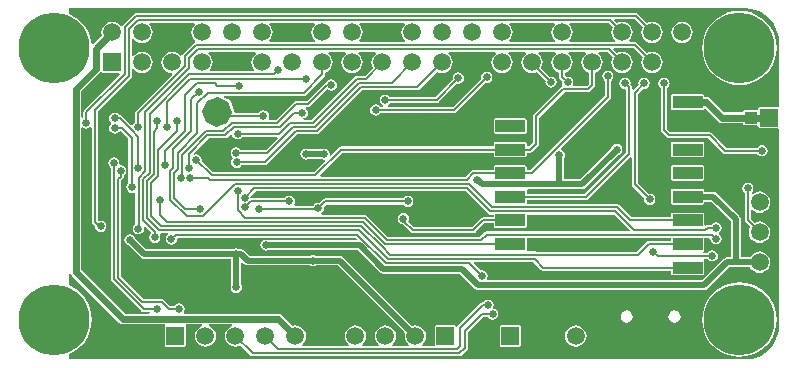
<source format=gbl>
G04 Layer_Physical_Order=2*
G04 Layer_Color=16711680*
%FSAX25Y25*%
%MOIN*%
G70*
G01*
G75*
%ADD42R,0.08661X0.04134*%
%ADD43R,0.03937X0.03937*%
%ADD45C,0.00800*%
%ADD46C,0.02362*%
%ADD48C,0.02000*%
%ADD54C,0.05905*%
%ADD55R,0.05905X0.05905*%
%ADD56C,0.23622*%
%ADD57O,0.03937X0.06299*%
%ADD58R,0.05905X0.05905*%
%ADD59P,0.10014X8X177.5*%
%ADD60C,0.02500*%
%ADD61C,0.01968*%
%ADD62R,0.09842X0.03937*%
G36*
X0288536Y0210990D02*
X0288065Y0210628D01*
X0287495Y0209886D01*
X0287137Y0209022D01*
X0287015Y0208095D01*
X0287137Y0207167D01*
X0287495Y0206303D01*
X0288065Y0205561D01*
X0288807Y0204991D01*
X0289579Y0204671D01*
Y0203350D01*
X0289656Y0202960D01*
X0289878Y0202629D01*
X0290628Y0201878D01*
X0290555Y0201508D01*
X0290698Y0200786D01*
X0290730Y0200738D01*
X0290612Y0200288D01*
X0290519Y0200154D01*
X0290257Y0199979D01*
X0281090Y0190812D01*
X0280869Y0190481D01*
X0280791Y0190091D01*
Y0181458D01*
X0279420Y0180087D01*
X0278917D01*
Y0181035D01*
X0278727Y0181495D01*
X0278268Y0181685D01*
X0268425D01*
X0267966Y0181495D01*
X0267776Y0181035D01*
Y0180087D01*
X0217047D01*
X0216657Y0180009D01*
X0216326Y0179788D01*
X0213538Y0177000D01*
X0213077Y0177246D01*
X0213126Y0177492D01*
X0212983Y0178214D01*
X0212574Y0178826D01*
X0211962Y0179235D01*
X0211240Y0179378D01*
X0210518Y0179235D01*
X0210352Y0179123D01*
X0206125D01*
X0205958Y0179235D01*
X0205236Y0179378D01*
X0204514Y0179235D01*
X0203903Y0178826D01*
X0203494Y0178214D01*
X0203350Y0177492D01*
X0203494Y0176770D01*
X0203903Y0176158D01*
X0204514Y0175750D01*
X0205236Y0175606D01*
X0205958Y0175750D01*
X0206125Y0175861D01*
X0210352D01*
X0210518Y0175750D01*
X0211240Y0175606D01*
X0211486Y0175655D01*
X0211732Y0175194D01*
X0207963Y0171425D01*
X0174162D01*
X0170435Y0175153D01*
X0170508Y0175524D01*
X0170365Y0176245D01*
X0169956Y0176857D01*
X0169344Y0177266D01*
X0168622Y0177410D01*
X0168022Y0177290D01*
X0167737Y0177713D01*
X0172774Y0182750D01*
X0178295D01*
X0178685Y0182827D01*
X0179016Y0183048D01*
X0180107Y0184140D01*
X0180650Y0183975D01*
X0180712Y0183660D01*
X0181121Y0183048D01*
X0181733Y0182639D01*
X0182455Y0182496D01*
X0183177Y0182639D01*
X0183789Y0183048D01*
X0183999Y0183362D01*
X0195693D01*
X0195900Y0182862D01*
X0191943Y0178905D01*
X0183552D01*
X0183342Y0179220D01*
X0182730Y0179629D01*
X0182008Y0179772D01*
X0181286Y0179629D01*
X0180674Y0179220D01*
X0180265Y0178608D01*
X0180122Y0177886D01*
X0180265Y0177164D01*
X0180621Y0176631D01*
X0180756Y0176120D01*
X0180347Y0175508D01*
X0180204Y0174786D01*
X0180347Y0174064D01*
X0180756Y0173452D01*
X0181368Y0173043D01*
X0182090Y0172900D01*
X0182812Y0173043D01*
X0183424Y0173452D01*
X0183633Y0173766D01*
X0191506D01*
X0191896Y0173844D01*
X0192227Y0174065D01*
X0202268Y0184106D01*
X0208735D01*
X0209126Y0184183D01*
X0209456Y0184404D01*
X0223921Y0198869D01*
X0242393D01*
X0242783Y0198947D01*
X0243114Y0199168D01*
X0248899Y0204953D01*
X0249671Y0204633D01*
X0250599Y0204511D01*
X0251526Y0204633D01*
X0252390Y0204991D01*
X0253132Y0205561D01*
X0253702Y0206303D01*
X0254060Y0207167D01*
X0254182Y0208095D01*
X0254060Y0209022D01*
X0253702Y0209886D01*
X0253132Y0210628D01*
X0252661Y0210990D01*
X0252831Y0211490D01*
X0268366D01*
X0268536Y0210990D01*
X0268065Y0210628D01*
X0267495Y0209886D01*
X0267137Y0209022D01*
X0267015Y0208095D01*
X0267137Y0207167D01*
X0267495Y0206303D01*
X0268065Y0205561D01*
X0268807Y0204991D01*
X0269671Y0204633D01*
X0270599Y0204511D01*
X0271526Y0204633D01*
X0272390Y0204991D01*
X0273132Y0205561D01*
X0273702Y0206303D01*
X0274060Y0207167D01*
X0274182Y0208095D01*
X0274060Y0209022D01*
X0273702Y0209886D01*
X0273132Y0210628D01*
X0272661Y0210990D01*
X0272831Y0211490D01*
X0278366D01*
X0278536Y0210990D01*
X0278065Y0210628D01*
X0277495Y0209886D01*
X0277137Y0209022D01*
X0277015Y0208095D01*
X0277137Y0207167D01*
X0277495Y0206303D01*
X0278065Y0205561D01*
X0278807Y0204991D01*
X0279671Y0204633D01*
X0280598Y0204511D01*
X0281526Y0204633D01*
X0282117Y0204878D01*
X0285117Y0201878D01*
X0285043Y0201508D01*
X0285187Y0200786D01*
X0285595Y0200174D01*
X0286207Y0199765D01*
X0286929Y0199622D01*
X0287651Y0199765D01*
X0288263Y0200174D01*
X0288672Y0200786D01*
X0288815Y0201508D01*
X0288672Y0202230D01*
X0288263Y0202842D01*
X0287651Y0203251D01*
X0286929Y0203394D01*
X0286559Y0203320D01*
X0283647Y0206232D01*
X0283702Y0206303D01*
X0284060Y0207167D01*
X0284182Y0208095D01*
X0284060Y0209022D01*
X0283702Y0209886D01*
X0283132Y0210628D01*
X0282661Y0210990D01*
X0282831Y0211490D01*
X0288366D01*
X0288536Y0210990D01*
D02*
G37*
G36*
X0298536D02*
X0298065Y0210628D01*
X0297495Y0209886D01*
X0297137Y0209022D01*
X0297015Y0208095D01*
X0297137Y0207167D01*
X0297495Y0206303D01*
X0298065Y0205561D01*
X0298807Y0204991D01*
X0299579Y0204671D01*
Y0201000D01*
X0298856Y0200277D01*
X0294374D01*
X0294138Y0200718D01*
X0294184Y0200786D01*
X0294327Y0201508D01*
X0294184Y0202230D01*
X0293775Y0202842D01*
X0293163Y0203251D01*
X0292441Y0203394D01*
X0292070Y0203320D01*
X0291618Y0203773D01*
Y0204671D01*
X0292390Y0204991D01*
X0293132Y0205561D01*
X0293702Y0206303D01*
X0294060Y0207167D01*
X0294182Y0208095D01*
X0294060Y0209022D01*
X0293702Y0209886D01*
X0293132Y0210628D01*
X0292661Y0210990D01*
X0292831Y0211490D01*
X0298366D01*
X0298536Y0210990D01*
D02*
G37*
G36*
X0228536D02*
X0228065Y0210628D01*
X0227495Y0209886D01*
X0227137Y0209022D01*
X0227015Y0208095D01*
X0227137Y0207167D01*
X0227457Y0206395D01*
X0224771Y0203709D01*
X0222339D01*
X0221949Y0203631D01*
X0221619Y0203410D01*
X0207153Y0188945D01*
X0204403D01*
X0204354Y0189445D01*
X0204777Y0189529D01*
X0205389Y0189938D01*
X0205798Y0190550D01*
X0205941Y0191272D01*
X0205798Y0191993D01*
X0205389Y0192605D01*
X0205240Y0192705D01*
X0205392Y0193205D01*
X0205960D01*
X0206350Y0193282D01*
X0206681Y0193503D01*
X0212367Y0199190D01*
X0212979Y0198781D01*
X0213701Y0198637D01*
X0214423Y0198781D01*
X0215035Y0199190D01*
X0215443Y0199802D01*
X0215587Y0200524D01*
X0215443Y0201245D01*
X0215035Y0201857D01*
X0214423Y0202266D01*
X0213701Y0202410D01*
X0212979Y0202266D01*
X0212367Y0201857D01*
X0212141Y0201520D01*
X0211869Y0201466D01*
X0211538Y0201245D01*
X0205537Y0195244D01*
X0201890D01*
X0201500Y0195166D01*
X0201169Y0194945D01*
X0195275Y0189051D01*
X0192992D01*
X0192757Y0189492D01*
X0192806Y0189566D01*
X0192949Y0190287D01*
X0192806Y0191009D01*
X0192397Y0191621D01*
X0191785Y0192030D01*
X0191063Y0192174D01*
X0190341Y0192030D01*
X0189729Y0191621D01*
X0189519Y0191307D01*
X0181676D01*
X0181270Y0191807D01*
X0181278Y0191997D01*
X0180160Y0195070D01*
X0179824Y0195437D01*
X0177636Y0196457D01*
X0177744Y0196945D01*
X0204449D01*
X0204839Y0197023D01*
X0205170Y0197244D01*
X0211319Y0203393D01*
X0211540Y0203724D01*
X0211618Y0204114D01*
Y0204671D01*
X0212390Y0204991D01*
X0213132Y0205561D01*
X0213702Y0206303D01*
X0214060Y0207167D01*
X0214182Y0208095D01*
X0214060Y0209022D01*
X0213702Y0209886D01*
X0213132Y0210628D01*
X0212661Y0210990D01*
X0212831Y0211490D01*
X0218366D01*
X0218536Y0210990D01*
X0218065Y0210628D01*
X0217495Y0209886D01*
X0217137Y0209022D01*
X0217015Y0208095D01*
X0217137Y0207167D01*
X0217495Y0206303D01*
X0218065Y0205561D01*
X0218807Y0204991D01*
X0219671Y0204633D01*
X0220599Y0204511D01*
X0221526Y0204633D01*
X0222390Y0204991D01*
X0223132Y0205561D01*
X0223702Y0206303D01*
X0224060Y0207167D01*
X0224182Y0208095D01*
X0224060Y0209022D01*
X0223702Y0209886D01*
X0223132Y0210628D01*
X0222661Y0210990D01*
X0222831Y0211490D01*
X0228366D01*
X0228536Y0210990D01*
D02*
G37*
G36*
X0326831Y0149539D02*
Y0148590D01*
X0319409D01*
X0319019Y0148513D01*
X0318689Y0148292D01*
X0315444Y0145047D01*
X0282172D01*
X0281981Y0145085D01*
X0279244D01*
X0278910Y0145585D01*
X0278917Y0145602D01*
Y0149539D01*
X0279025Y0149701D01*
X0326723D01*
X0326831Y0149539D01*
D02*
G37*
G36*
X0265935Y0157692D02*
X0266266Y0157471D01*
X0266656Y0157394D01*
X0267776D01*
Y0156465D01*
X0264291D01*
X0263901Y0156387D01*
X0263570Y0156166D01*
X0260610Y0153206D01*
X0241316D01*
X0239358Y0155163D01*
X0239459Y0155314D01*
X0239603Y0156035D01*
X0239459Y0156757D01*
X0239050Y0157369D01*
X0238438Y0157778D01*
X0237716Y0157922D01*
X0236995Y0157778D01*
X0236383Y0157369D01*
X0235974Y0156757D01*
X0235830Y0156035D01*
X0235974Y0155314D01*
X0236383Y0154702D01*
X0236995Y0154293D01*
X0237431Y0154206D01*
X0240172Y0151465D01*
X0240503Y0151244D01*
X0240893Y0151166D01*
X0261033D01*
X0261423Y0151244D01*
X0261753Y0151465D01*
X0264714Y0154425D01*
X0267776D01*
Y0153476D01*
X0267966Y0153017D01*
X0268425Y0152827D01*
X0278268D01*
X0278727Y0153017D01*
X0278917Y0153476D01*
Y0157394D01*
X0307959D01*
X0313151Y0152202D01*
X0312960Y0151740D01*
X0265450D01*
X0265059Y0151663D01*
X0264729Y0151441D01*
X0263278Y0149990D01*
X0232650D01*
X0225575Y0157065D01*
X0225244Y0157287D01*
X0224854Y0157364D01*
X0210523D01*
X0210371Y0157864D01*
X0210712Y0158091D01*
X0211121Y0158703D01*
X0211264Y0159425D01*
X0211191Y0159796D01*
X0212119Y0160724D01*
X0237551D01*
X0237761Y0160410D01*
X0238373Y0160001D01*
X0239094Y0159858D01*
X0239816Y0160001D01*
X0240428Y0160410D01*
X0240837Y0161022D01*
X0240981Y0161744D01*
X0240837Y0162466D01*
X0240428Y0163078D01*
X0239816Y0163487D01*
X0239094Y0163630D01*
X0238373Y0163487D01*
X0237761Y0163078D01*
X0237551Y0162764D01*
X0211697D01*
X0211307Y0162686D01*
X0210976Y0162465D01*
X0209749Y0161238D01*
X0209378Y0161311D01*
X0208656Y0161168D01*
X0208044Y0160759D01*
X0207753Y0160323D01*
X0201601D01*
X0201334Y0160823D01*
X0201467Y0161022D01*
X0201611Y0161744D01*
X0201467Y0162466D01*
X0201058Y0163078D01*
X0200446Y0163487D01*
X0199724Y0163630D01*
X0199003Y0163487D01*
X0198391Y0163078D01*
X0198181Y0162764D01*
X0187127D01*
X0186781Y0162881D01*
X0186670Y0163390D01*
X0188398Y0165118D01*
X0258510D01*
X0265935Y0157692D01*
D02*
G37*
G36*
X0137114Y0204858D02*
X0137187Y0204682D01*
X0137646Y0204492D01*
X0142883D01*
X0143090Y0203992D01*
X0131287Y0192190D01*
X0131066Y0191859D01*
X0130988Y0191469D01*
Y0189763D01*
X0130781Y0189617D01*
X0130281Y0189876D01*
Y0198590D01*
X0136442Y0204751D01*
X0136550Y0204913D01*
X0137114Y0204858D01*
D02*
G37*
G36*
X0188536Y0210990D02*
X0188065Y0210628D01*
X0187495Y0209886D01*
X0187137Y0209022D01*
X0187015Y0208095D01*
X0187137Y0207167D01*
X0187495Y0206303D01*
X0187987Y0205661D01*
X0187832Y0205161D01*
X0173365D01*
X0173210Y0205661D01*
X0173702Y0206303D01*
X0174060Y0207167D01*
X0174182Y0208095D01*
X0174060Y0209022D01*
X0173702Y0209886D01*
X0173132Y0210628D01*
X0172661Y0210990D01*
X0172831Y0211490D01*
X0188366D01*
X0188536Y0210990D01*
D02*
G37*
G36*
X0238137Y0220684D02*
X0238065Y0220628D01*
X0237495Y0219886D01*
X0237137Y0219022D01*
X0237015Y0218094D01*
X0237137Y0217167D01*
X0237495Y0216303D01*
X0238065Y0215561D01*
X0238236Y0215429D01*
X0238066Y0214929D01*
X0223130D01*
X0222961Y0215429D01*
X0223132Y0215561D01*
X0223702Y0216303D01*
X0224060Y0217167D01*
X0224182Y0218094D01*
X0224060Y0219022D01*
X0223702Y0219886D01*
X0223132Y0220628D01*
X0223060Y0220684D01*
X0223220Y0221158D01*
X0237977D01*
X0238137Y0220684D01*
D02*
G37*
G36*
X0208137D02*
X0208065Y0220628D01*
X0207495Y0219886D01*
X0207137Y0219022D01*
X0207015Y0218094D01*
X0207137Y0217167D01*
X0207495Y0216303D01*
X0208065Y0215561D01*
X0208236Y0215429D01*
X0208066Y0214929D01*
X0193131D01*
X0192961Y0215429D01*
X0193132Y0215561D01*
X0193702Y0216303D01*
X0194060Y0217167D01*
X0194182Y0218094D01*
X0194060Y0219022D01*
X0193702Y0219886D01*
X0193132Y0220628D01*
X0193060Y0220684D01*
X0193220Y0221158D01*
X0207977D01*
X0208137Y0220684D01*
D02*
G37*
G36*
X0288137D02*
X0288065Y0220628D01*
X0287495Y0219886D01*
X0287137Y0219022D01*
X0287015Y0218094D01*
X0287137Y0217167D01*
X0287495Y0216303D01*
X0288065Y0215561D01*
X0288236Y0215429D01*
X0288066Y0214929D01*
X0273130D01*
X0272961Y0215429D01*
X0273132Y0215561D01*
X0273702Y0216303D01*
X0274060Y0217167D01*
X0274182Y0218094D01*
X0274060Y0219022D01*
X0273702Y0219886D01*
X0273132Y0220628D01*
X0273060Y0220684D01*
X0273220Y0221158D01*
X0287977D01*
X0288137Y0220684D01*
D02*
G37*
G36*
X0307457Y0219794D02*
X0307137Y0219022D01*
X0307015Y0218094D01*
X0307137Y0217167D01*
X0307495Y0216303D01*
X0308065Y0215561D01*
X0308236Y0215429D01*
X0308066Y0214929D01*
X0293130D01*
X0292961Y0215429D01*
X0293132Y0215561D01*
X0293702Y0216303D01*
X0294060Y0217167D01*
X0294182Y0218094D01*
X0294060Y0219022D01*
X0293702Y0219886D01*
X0293132Y0220628D01*
X0293060Y0220684D01*
X0293220Y0221158D01*
X0306094D01*
X0307457Y0219794D01*
D02*
G37*
G36*
X0351693Y0226138D02*
Y0226138D01*
X0353452Y0225999D01*
X0355168Y0225587D01*
X0356798Y0224912D01*
X0358302Y0223990D01*
X0359644Y0222844D01*
X0360789Y0221503D01*
X0361711Y0219998D01*
X0362387Y0218368D01*
X0362799Y0216653D01*
X0362937Y0214894D01*
X0362938D01*
Y0193576D01*
X0362522Y0193298D01*
X0362520Y0193299D01*
X0356614D01*
X0356155Y0193109D01*
X0355965Y0192650D01*
Y0192538D01*
X0355630Y0192315D01*
X0351693D01*
X0351234Y0192125D01*
X0351044Y0191665D01*
Y0191513D01*
X0344571D01*
X0339985Y0196099D01*
X0339396Y0196493D01*
X0338701Y0196631D01*
X0337972D01*
Y0196783D01*
X0337782Y0197243D01*
X0337323Y0197433D01*
X0327480D01*
X0327021Y0197243D01*
X0326831Y0196783D01*
Y0192846D01*
X0327021Y0192387D01*
X0327480Y0192197D01*
X0337323D01*
X0337782Y0192387D01*
X0337803Y0192438D01*
X0338393Y0192555D01*
X0342535Y0188413D01*
X0343124Y0188019D01*
X0343819Y0187881D01*
X0351044D01*
Y0187728D01*
X0351234Y0187269D01*
X0351693Y0187079D01*
X0355630D01*
X0355965Y0186855D01*
Y0186744D01*
X0356155Y0186285D01*
X0356614Y0186095D01*
X0362520D01*
X0362522Y0186096D01*
X0362938Y0185818D01*
Y0120405D01*
X0362937D01*
X0362799Y0118647D01*
X0362387Y0116931D01*
X0361711Y0115301D01*
X0360789Y0113796D01*
X0359644Y0112455D01*
X0358302Y0111309D01*
X0356798Y0110387D01*
X0355168Y0109712D01*
X0353452Y0109300D01*
X0351693Y0109161D01*
Y0109161D01*
X0126299D01*
Y0110979D01*
X0127030Y0111282D01*
X0128695Y0112302D01*
X0130181Y0113571D01*
X0131450Y0115056D01*
X0132471Y0116722D01*
X0133218Y0118527D01*
X0133674Y0120426D01*
X0133827Y0122374D01*
X0133674Y0124321D01*
X0133218Y0126221D01*
X0132471Y0128026D01*
X0131450Y0129692D01*
X0130181Y0131177D01*
X0128695Y0132446D01*
X0127030Y0133466D01*
X0126299Y0133769D01*
Y0137503D01*
X0126762Y0137613D01*
X0126799Y0137605D01*
X0127181Y0137035D01*
X0142929Y0121287D01*
X0143518Y0120893D01*
X0144213Y0120755D01*
X0158120D01*
X0158266Y0120274D01*
X0158076Y0119815D01*
Y0113909D01*
X0158266Y0113450D01*
X0158725Y0113260D01*
X0164631D01*
X0165090Y0113450D01*
X0165280Y0113909D01*
Y0119815D01*
X0165090Y0120274D01*
X0165236Y0120755D01*
X0170485D01*
X0170585Y0120255D01*
X0169886Y0119966D01*
X0169144Y0119396D01*
X0168575Y0118654D01*
X0168217Y0117790D01*
X0168095Y0116862D01*
X0168217Y0115935D01*
X0168575Y0115070D01*
X0169144Y0114328D01*
X0169886Y0113759D01*
X0170750Y0113401D01*
X0171678Y0113279D01*
X0172605Y0113401D01*
X0173470Y0113759D01*
X0174212Y0114328D01*
X0174781Y0115070D01*
X0175139Y0115935D01*
X0175261Y0116862D01*
X0175139Y0117790D01*
X0174781Y0118654D01*
X0174212Y0119396D01*
X0173470Y0119966D01*
X0172771Y0120255D01*
X0172871Y0120755D01*
X0180500D01*
X0180600Y0120255D01*
X0179901Y0119966D01*
X0179159Y0119396D01*
X0178590Y0118654D01*
X0178232Y0117790D01*
X0178110Y0116862D01*
X0178232Y0115935D01*
X0178590Y0115070D01*
X0179159Y0114328D01*
X0179901Y0113759D01*
X0180765Y0113401D01*
X0181693Y0113279D01*
X0182620Y0113401D01*
X0183393Y0113721D01*
X0186703Y0110410D01*
X0187033Y0110189D01*
X0187424Y0110112D01*
X0256395D01*
X0256785Y0110189D01*
X0257116Y0110410D01*
X0258910Y0112204D01*
X0259131Y0112535D01*
X0259209Y0112925D01*
Y0118015D01*
X0264320Y0123126D01*
X0265897D01*
X0266107Y0122812D01*
X0266719Y0122403D01*
X0267441Y0122259D01*
X0268163Y0122403D01*
X0268775Y0122812D01*
X0269184Y0123424D01*
X0269327Y0124146D01*
X0269184Y0124867D01*
X0268775Y0125479D01*
X0268163Y0125888D01*
X0267917Y0125937D01*
X0267609Y0126377D01*
X0267752Y0127098D01*
X0267609Y0127820D01*
X0267200Y0128432D01*
X0266588Y0128841D01*
X0265866Y0128985D01*
X0265144Y0128841D01*
X0264532Y0128432D01*
X0264322Y0128118D01*
X0264094D01*
X0263704Y0128040D01*
X0263373Y0127819D01*
X0255893Y0120339D01*
X0255724Y0120086D01*
X0255415Y0120053D01*
X0255180Y0120094D01*
X0255105Y0120274D01*
X0254646Y0120464D01*
X0248740D01*
X0248281Y0120274D01*
X0248091Y0119815D01*
Y0113909D01*
X0247851Y0113551D01*
X0244035D01*
X0243865Y0114051D01*
X0244227Y0114328D01*
X0244796Y0115070D01*
X0245154Y0115935D01*
X0245276Y0116862D01*
X0245154Y0117790D01*
X0244796Y0118654D01*
X0244227Y0119396D01*
X0243485Y0119966D01*
X0242620Y0120324D01*
X0241693Y0120446D01*
X0240766Y0120324D01*
X0240605Y0120257D01*
X0217650Y0143213D01*
X0217120Y0143566D01*
X0216496Y0143690D01*
X0208487D01*
X0208320Y0143802D01*
X0207598Y0143945D01*
X0206877Y0143802D01*
X0206710Y0143690D01*
X0186424D01*
X0184736Y0145378D01*
X0184207Y0145732D01*
X0183583Y0145856D01*
X0182896D01*
X0182730Y0145967D01*
X0182008Y0146111D01*
X0181286Y0145967D01*
X0181120Y0145856D01*
X0151975D01*
X0148357Y0149474D01*
X0148318Y0149671D01*
X0147909Y0150283D01*
X0147297Y0150691D01*
X0146575Y0150835D01*
X0145853Y0150691D01*
X0145241Y0150283D01*
X0144832Y0149671D01*
X0144689Y0148949D01*
X0144832Y0148227D01*
X0145241Y0147615D01*
X0145853Y0147206D01*
X0146049Y0147167D01*
X0150146Y0143071D01*
X0150675Y0142717D01*
X0151299Y0142593D01*
X0180377D01*
Y0133992D01*
X0180265Y0133825D01*
X0180122Y0133103D01*
X0180265Y0132382D01*
X0180674Y0131770D01*
X0181286Y0131361D01*
X0182008Y0131217D01*
X0182730Y0131361D01*
X0183342Y0131770D01*
X0183750Y0132382D01*
X0183894Y0133103D01*
X0183750Y0133825D01*
X0183639Y0133992D01*
Y0141208D01*
X0184101Y0141399D01*
X0184595Y0140905D01*
X0185124Y0140552D01*
X0185748Y0140428D01*
X0206710D01*
X0206877Y0140316D01*
X0207598Y0140173D01*
X0208320Y0140316D01*
X0208487Y0140428D01*
X0215820D01*
X0238298Y0117950D01*
X0238232Y0117790D01*
X0238109Y0116862D01*
X0238232Y0115935D01*
X0238590Y0115070D01*
X0239159Y0114328D01*
X0239520Y0114051D01*
X0239351Y0113551D01*
X0234035D01*
X0233865Y0114051D01*
X0234227Y0114328D01*
X0234796Y0115070D01*
X0235154Y0115935D01*
X0235276Y0116862D01*
X0235154Y0117790D01*
X0234796Y0118654D01*
X0234227Y0119396D01*
X0233485Y0119966D01*
X0232620Y0120324D01*
X0231693Y0120446D01*
X0230766Y0120324D01*
X0229901Y0119966D01*
X0229159Y0119396D01*
X0228590Y0118654D01*
X0228232Y0117790D01*
X0228110Y0116862D01*
X0228232Y0115935D01*
X0228590Y0115070D01*
X0229159Y0114328D01*
X0229520Y0114051D01*
X0229351Y0113551D01*
X0224035D01*
X0223865Y0114051D01*
X0224227Y0114328D01*
X0224796Y0115070D01*
X0225154Y0115935D01*
X0225276Y0116862D01*
X0225154Y0117790D01*
X0224796Y0118654D01*
X0224227Y0119396D01*
X0223485Y0119966D01*
X0222620Y0120324D01*
X0221693Y0120446D01*
X0220765Y0120324D01*
X0219901Y0119966D01*
X0219159Y0119396D01*
X0218590Y0118654D01*
X0218232Y0117790D01*
X0218109Y0116862D01*
X0218232Y0115935D01*
X0218590Y0115070D01*
X0219159Y0114328D01*
X0219520Y0114051D01*
X0219351Y0113551D01*
X0204035D01*
X0203865Y0114051D01*
X0204227Y0114328D01*
X0204796Y0115070D01*
X0205154Y0115935D01*
X0205276Y0116862D01*
X0205154Y0117790D01*
X0204796Y0118654D01*
X0204227Y0119396D01*
X0203485Y0119966D01*
X0202620Y0120324D01*
X0201693Y0120446D01*
X0200796Y0120327D01*
X0197268Y0123855D01*
X0196679Y0124249D01*
X0195984Y0124387D01*
X0164717D01*
X0164450Y0124887D01*
X0164656Y0125196D01*
X0164800Y0125917D01*
X0164656Y0126639D01*
X0164247Y0127251D01*
X0163635Y0127660D01*
X0162913Y0127804D01*
X0162192Y0127660D01*
X0161580Y0127251D01*
X0161370Y0126937D01*
X0159989D01*
X0157926Y0129000D01*
X0157595Y0129221D01*
X0157205Y0129299D01*
X0151142D01*
X0143657Y0136784D01*
Y0168763D01*
X0144146Y0169252D01*
X0144367Y0169582D01*
X0144445Y0169972D01*
Y0170437D01*
X0144759Y0170647D01*
X0145168Y0171258D01*
X0145311Y0171980D01*
X0145168Y0172702D01*
X0144759Y0173314D01*
X0144147Y0173723D01*
X0143425Y0173867D01*
X0143424Y0173866D01*
X0142998Y0174292D01*
X0143048Y0174539D01*
X0142904Y0175261D01*
X0142495Y0175873D01*
X0141883Y0176282D01*
X0141161Y0176426D01*
X0140440Y0176282D01*
X0139828Y0175873D01*
X0139419Y0175261D01*
X0139275Y0174539D01*
X0139419Y0173818D01*
X0139828Y0173206D01*
X0140142Y0172996D01*
Y0135858D01*
X0140219Y0135468D01*
X0140440Y0135137D01*
X0150381Y0125196D01*
X0150712Y0124975D01*
X0151102Y0124898D01*
X0153335D01*
X0153342Y0124887D01*
X0153059Y0124387D01*
X0144965D01*
X0130281Y0139071D01*
Y0186349D01*
X0130781Y0186520D01*
X0131286Y0186182D01*
X0132008Y0186039D01*
X0132730Y0186182D01*
X0133244Y0186526D01*
X0133744Y0186362D01*
Y0155051D01*
X0133822Y0154661D01*
X0134043Y0154330D01*
X0134854Y0153519D01*
X0134846Y0153476D01*
X0134990Y0152754D01*
X0135398Y0152143D01*
X0136011Y0151734D01*
X0136732Y0151590D01*
X0137454Y0151734D01*
X0138066Y0152143D01*
X0138475Y0152754D01*
X0138619Y0153476D01*
X0138475Y0154198D01*
X0138066Y0154810D01*
X0137454Y0155219D01*
X0136732Y0155363D01*
X0136193Y0155255D01*
X0135783Y0155612D01*
Y0191822D01*
X0146924Y0202963D01*
X0147145Y0203294D01*
X0147223Y0203684D01*
Y0205836D01*
X0147723Y0206006D01*
X0148065Y0205561D01*
X0148807Y0204991D01*
X0149671Y0204633D01*
X0150599Y0204511D01*
X0151526Y0204633D01*
X0152390Y0204991D01*
X0153132Y0205561D01*
X0153702Y0206303D01*
X0154060Y0207167D01*
X0154182Y0208095D01*
X0154060Y0209022D01*
X0153702Y0209886D01*
X0153132Y0210628D01*
X0152390Y0211198D01*
X0151526Y0211556D01*
X0150599Y0211678D01*
X0149671Y0211556D01*
X0148807Y0211198D01*
X0148065Y0210628D01*
X0147723Y0210183D01*
X0147223Y0210353D01*
Y0215836D01*
X0147723Y0216006D01*
X0148065Y0215561D01*
X0148807Y0214991D01*
X0149671Y0214633D01*
X0150599Y0214511D01*
X0151526Y0214633D01*
X0152390Y0214991D01*
X0153132Y0215561D01*
X0153702Y0216303D01*
X0154060Y0217167D01*
X0154182Y0218094D01*
X0154060Y0219022D01*
X0153702Y0219886D01*
X0153132Y0220628D01*
X0153060Y0220684D01*
X0153220Y0221158D01*
X0167977D01*
X0168137Y0220684D01*
X0168065Y0220628D01*
X0167495Y0219886D01*
X0167137Y0219022D01*
X0167015Y0218094D01*
X0167137Y0217167D01*
X0167495Y0216303D01*
X0168065Y0215561D01*
X0168308Y0215374D01*
X0168253Y0214936D01*
X0168202Y0214825D01*
X0167912Y0214630D01*
X0164139Y0210858D01*
X0163918Y0210527D01*
X0163902Y0210447D01*
X0163367Y0210322D01*
X0163132Y0210628D01*
X0162390Y0211198D01*
X0161526Y0211556D01*
X0160599Y0211678D01*
X0159671Y0211556D01*
X0158807Y0211198D01*
X0158065Y0210628D01*
X0157495Y0209886D01*
X0157137Y0209022D01*
X0157015Y0208095D01*
X0157137Y0207167D01*
X0157495Y0206303D01*
X0158065Y0205561D01*
X0158807Y0204991D01*
X0159671Y0204633D01*
X0160473Y0204528D01*
X0160717Y0204064D01*
X0148610Y0191958D01*
X0148389Y0191627D01*
X0148311Y0191237D01*
Y0188091D01*
X0147997Y0187881D01*
X0147596Y0187281D01*
X0147542Y0187208D01*
X0147054Y0187117D01*
X0143949Y0190221D01*
X0143619Y0190442D01*
X0143228Y0190520D01*
X0143000D01*
X0142790Y0190834D01*
X0142178Y0191243D01*
X0141457Y0191386D01*
X0140735Y0191243D01*
X0140123Y0190834D01*
X0139714Y0190222D01*
X0139570Y0189500D01*
X0139714Y0188778D01*
X0140123Y0188166D01*
X0140257Y0188077D01*
Y0187577D01*
X0140123Y0187487D01*
X0139714Y0186875D01*
X0139570Y0186153D01*
X0139714Y0185432D01*
X0140123Y0184820D01*
X0140735Y0184411D01*
X0141457Y0184267D01*
X0142178Y0184411D01*
X0142790Y0184820D01*
X0142936Y0185038D01*
X0143459Y0185072D01*
X0146061Y0182469D01*
Y0167956D01*
X0145832Y0167802D01*
X0145423Y0167190D01*
X0145279Y0166469D01*
X0145423Y0165747D01*
X0145832Y0165135D01*
X0146443Y0164726D01*
X0147165Y0164582D01*
X0147887Y0164726D01*
X0147955Y0164771D01*
X0148396Y0164535D01*
Y0154289D01*
X0147997Y0154023D01*
X0147588Y0153411D01*
X0147444Y0152689D01*
X0147588Y0151967D01*
X0147997Y0151355D01*
X0148609Y0150946D01*
X0149331Y0150803D01*
X0150052Y0150946D01*
X0150664Y0151355D01*
X0151073Y0151967D01*
X0151217Y0152689D01*
X0151100Y0153275D01*
X0151543Y0153540D01*
X0153554Y0151529D01*
X0153509Y0151070D01*
X0153100Y0150458D01*
X0152956Y0149736D01*
X0153100Y0149014D01*
X0153509Y0148402D01*
X0154121Y0147994D01*
X0154842Y0147850D01*
X0155564Y0147994D01*
X0156176Y0148402D01*
X0156585Y0149014D01*
X0156729Y0149736D01*
X0156585Y0150458D01*
X0156474Y0150625D01*
X0156741Y0151125D01*
X0159087D01*
X0159238Y0150625D01*
X0159021Y0150479D01*
X0158612Y0149867D01*
X0158468Y0149146D01*
X0158612Y0148424D01*
X0159021Y0147812D01*
X0159633Y0147403D01*
X0160354Y0147259D01*
X0161076Y0147403D01*
X0161688Y0147812D01*
X0162097Y0148424D01*
X0162241Y0149146D01*
X0162219Y0149256D01*
X0162599Y0149701D01*
X0221929D01*
X0222359Y0149270D01*
X0222168Y0148809D01*
X0192739D01*
X0192572Y0148920D01*
X0191850Y0149063D01*
X0191129Y0148920D01*
X0190517Y0148511D01*
X0190108Y0147899D01*
X0189964Y0147177D01*
X0190108Y0146455D01*
X0190517Y0145843D01*
X0191129Y0145434D01*
X0191850Y0145291D01*
X0192572Y0145434D01*
X0192739Y0145546D01*
X0222390D01*
X0229840Y0138096D01*
X0230369Y0137742D01*
X0230993Y0137618D01*
X0256582D01*
X0261563Y0132638D01*
X0262092Y0132284D01*
X0262717Y0132160D01*
X0337913D01*
X0338538Y0132284D01*
X0339067Y0132638D01*
X0346306Y0139876D01*
X0353248D01*
X0353314Y0139716D01*
X0353884Y0138974D01*
X0354626Y0138405D01*
X0355490Y0138047D01*
X0356417Y0137925D01*
X0357345Y0138047D01*
X0358209Y0138405D01*
X0358951Y0138974D01*
X0359521Y0139716D01*
X0359879Y0140580D01*
X0360001Y0141508D01*
X0359879Y0142435D01*
X0359521Y0143300D01*
X0358951Y0144042D01*
X0358209Y0144611D01*
X0357345Y0144969D01*
X0356417Y0145091D01*
X0355490Y0144969D01*
X0354626Y0144611D01*
X0353884Y0144042D01*
X0353314Y0143300D01*
X0353248Y0143139D01*
X0350175D01*
Y0155839D01*
X0350050Y0156463D01*
X0349697Y0156992D01*
X0342217Y0164472D01*
X0341687Y0164826D01*
X0341063Y0164950D01*
X0337972D01*
Y0165287D01*
X0337782Y0165747D01*
X0337323Y0165937D01*
X0327480D01*
X0327021Y0165747D01*
X0326831Y0165287D01*
Y0161350D01*
X0327021Y0160891D01*
X0327480Y0160701D01*
X0337323D01*
X0337782Y0160891D01*
X0337972Y0161350D01*
Y0161688D01*
X0340387D01*
X0346912Y0155163D01*
Y0143139D01*
X0345630D01*
X0345630Y0143139D01*
X0345006Y0143015D01*
X0344476Y0142661D01*
X0337238Y0135423D01*
X0265709D01*
X0265442Y0135923D01*
X0265640Y0136219D01*
X0265784Y0136941D01*
X0265640Y0137663D01*
X0265231Y0138275D01*
X0264619Y0138684D01*
X0263897Y0138827D01*
X0263516Y0138752D01*
X0261084Y0141184D01*
X0261275Y0141646D01*
X0280979D01*
X0283649Y0138976D01*
X0283980Y0138755D01*
X0284370Y0138677D01*
X0326831D01*
Y0137728D01*
X0327021Y0137269D01*
X0327480Y0137079D01*
X0337323D01*
X0337782Y0137269D01*
X0337972Y0137728D01*
Y0141665D01*
X0337827Y0142016D01*
X0338044Y0142516D01*
X0339191D01*
X0339335Y0142300D01*
X0339948Y0141891D01*
X0340669Y0141748D01*
X0341391Y0141891D01*
X0342003Y0142300D01*
X0342412Y0142912D01*
X0342555Y0143634D01*
X0342412Y0144356D01*
X0342003Y0144968D01*
X0341391Y0145377D01*
X0340669Y0145520D01*
X0339948Y0145377D01*
X0339335Y0144968D01*
X0339060Y0144555D01*
X0337669D01*
X0337569Y0145055D01*
X0337782Y0145143D01*
X0337972Y0145602D01*
Y0149539D01*
X0338080Y0149701D01*
X0339670D01*
X0339964Y0149343D01*
X0340108Y0148621D01*
X0340517Y0148009D01*
X0341129Y0147600D01*
X0341850Y0147456D01*
X0342572Y0147600D01*
X0343184Y0148009D01*
X0343593Y0148621D01*
X0343737Y0149343D01*
X0343593Y0150064D01*
X0343184Y0150676D01*
X0342979Y0150813D01*
Y0151415D01*
X0343184Y0151552D01*
X0343593Y0152164D01*
X0343737Y0152886D01*
X0343593Y0153608D01*
X0343184Y0154220D01*
X0342572Y0154629D01*
X0341850Y0154772D01*
X0341129Y0154629D01*
X0340517Y0154220D01*
X0340307Y0153905D01*
X0339094D01*
X0338704Y0153828D01*
X0338472Y0153673D01*
X0338145Y0153781D01*
X0337972Y0153913D01*
Y0157413D01*
X0337782Y0157873D01*
X0337323Y0158063D01*
X0327480D01*
X0327021Y0157873D01*
X0326831Y0157413D01*
Y0156465D01*
X0313752D01*
X0309682Y0160534D01*
X0309352Y0160755D01*
X0308961Y0160833D01*
X0279244D01*
X0278910Y0161333D01*
X0278917Y0161350D01*
Y0162299D01*
X0298543D01*
X0298934Y0162377D01*
X0299264Y0162598D01*
X0313264Y0176597D01*
X0313764Y0176390D01*
Y0167453D01*
X0313842Y0167063D01*
X0314062Y0166732D01*
X0317991Y0162804D01*
X0317917Y0162433D01*
X0318060Y0161711D01*
X0318469Y0161099D01*
X0319081Y0160690D01*
X0319803Y0160547D01*
X0320525Y0160690D01*
X0321137Y0161099D01*
X0321546Y0161711D01*
X0321689Y0162433D01*
X0321546Y0163155D01*
X0321137Y0163767D01*
X0320525Y0164176D01*
X0319803Y0164319D01*
X0319433Y0164246D01*
X0315803Y0167875D01*
Y0197542D01*
X0317563Y0199302D01*
X0317933Y0199228D01*
X0318655Y0199372D01*
X0319267Y0199780D01*
X0319676Y0200392D01*
X0319819Y0201114D01*
X0319676Y0201836D01*
X0319267Y0202448D01*
X0318655Y0202857D01*
X0317933Y0203000D01*
X0317211Y0202857D01*
X0316599Y0202448D01*
X0316190Y0201836D01*
X0316047Y0201114D01*
X0316121Y0200744D01*
X0314433Y0199056D01*
X0313933Y0199263D01*
Y0199736D01*
X0313855Y0200126D01*
X0313634Y0200457D01*
X0313348Y0200744D01*
X0313422Y0201114D01*
X0313278Y0201836D01*
X0312869Y0202448D01*
X0312257Y0202857D01*
X0311535Y0203000D01*
X0310814Y0202857D01*
X0310202Y0202448D01*
X0309793Y0201836D01*
X0309649Y0201114D01*
X0309793Y0200392D01*
X0310202Y0199780D01*
X0310814Y0199372D01*
X0311535Y0199228D01*
X0311894Y0198934D01*
Y0178111D01*
X0298121Y0164339D01*
X0278917D01*
Y0165287D01*
X0278903Y0165321D01*
X0279237Y0165821D01*
X0297165D01*
X0297790Y0165946D01*
X0298319Y0166299D01*
X0309305Y0177285D01*
X0309501Y0177324D01*
X0310113Y0177733D01*
X0310522Y0178345D01*
X0310666Y0179067D01*
X0310522Y0179789D01*
X0310113Y0180401D01*
X0309501Y0180810D01*
X0308780Y0180953D01*
X0308058Y0180810D01*
X0307446Y0180401D01*
X0307037Y0179789D01*
X0306998Y0179592D01*
X0296490Y0169084D01*
X0291316D01*
Y0176210D01*
X0291428Y0176377D01*
X0291571Y0177098D01*
X0291428Y0177820D01*
X0291019Y0178432D01*
X0290407Y0178841D01*
X0290260Y0178870D01*
X0290095Y0179413D01*
X0306548Y0195866D01*
X0306769Y0196196D01*
X0306846Y0196587D01*
Y0201933D01*
X0307161Y0202143D01*
X0307569Y0202754D01*
X0307713Y0203476D01*
X0307569Y0204198D01*
X0307161Y0204810D01*
X0306549Y0205219D01*
X0305827Y0205363D01*
X0305105Y0205219D01*
X0304493Y0204810D01*
X0304084Y0204198D01*
X0303941Y0203476D01*
X0304084Y0202754D01*
X0304493Y0202143D01*
X0304807Y0201933D01*
Y0197009D01*
X0280011Y0172213D01*
X0278917D01*
Y0173161D01*
X0278727Y0173621D01*
X0278268Y0173811D01*
X0268425D01*
X0267966Y0173621D01*
X0267776Y0173161D01*
Y0172213D01*
X0261052D01*
X0260661Y0172135D01*
X0260331Y0171914D01*
X0258442Y0170025D01*
X0210101D01*
X0209909Y0170487D01*
X0217470Y0178047D01*
X0267776D01*
Y0177098D01*
X0267966Y0176639D01*
X0268425Y0176449D01*
X0278268D01*
X0278727Y0176639D01*
X0278917Y0177098D01*
Y0178047D01*
X0279842D01*
X0280233Y0178125D01*
X0280563Y0178346D01*
X0282532Y0180315D01*
X0282753Y0180645D01*
X0282831Y0181035D01*
Y0189668D01*
X0291401Y0198238D01*
X0299278D01*
X0299669Y0198316D01*
X0299999Y0198537D01*
X0301319Y0199857D01*
X0301540Y0200188D01*
X0301618Y0200578D01*
Y0204671D01*
X0302390Y0204991D01*
X0303132Y0205561D01*
X0303702Y0206303D01*
X0304060Y0207167D01*
X0304182Y0208095D01*
X0304060Y0209022D01*
X0303702Y0209886D01*
X0303132Y0210628D01*
X0302661Y0210990D01*
X0302831Y0211490D01*
X0305761D01*
X0307457Y0209794D01*
X0307137Y0209022D01*
X0307015Y0208095D01*
X0307137Y0207167D01*
X0307495Y0206303D01*
X0308065Y0205561D01*
X0308807Y0204991D01*
X0309671Y0204633D01*
X0310598Y0204511D01*
X0311526Y0204633D01*
X0312390Y0204991D01*
X0313132Y0205561D01*
X0313702Y0206303D01*
X0314060Y0207167D01*
X0314182Y0208095D01*
X0314060Y0209022D01*
X0313702Y0209886D01*
X0313132Y0210628D01*
X0312390Y0211198D01*
X0311526Y0211556D01*
X0310598Y0211678D01*
X0309671Y0211556D01*
X0308899Y0211236D01*
X0307707Y0212428D01*
X0307898Y0212890D01*
X0314361D01*
X0317457Y0209794D01*
X0317137Y0209022D01*
X0317015Y0208095D01*
X0317137Y0207167D01*
X0317495Y0206303D01*
X0318065Y0205561D01*
X0318807Y0204991D01*
X0319671Y0204633D01*
X0320599Y0204511D01*
X0321526Y0204633D01*
X0322390Y0204991D01*
X0323132Y0205561D01*
X0323702Y0206303D01*
X0324060Y0207167D01*
X0324182Y0208095D01*
X0324060Y0209022D01*
X0323702Y0209886D01*
X0323132Y0210628D01*
X0322390Y0211198D01*
X0321526Y0211556D01*
X0320599Y0211678D01*
X0319671Y0211556D01*
X0318899Y0211236D01*
X0315505Y0214630D01*
X0315174Y0214851D01*
X0314784Y0214929D01*
X0313130D01*
X0312961Y0215429D01*
X0313132Y0215561D01*
X0313702Y0216303D01*
X0314060Y0217167D01*
X0314182Y0218094D01*
X0314060Y0219022D01*
X0313702Y0219886D01*
X0313132Y0220628D01*
X0312390Y0221198D01*
X0311526Y0221556D01*
X0310598Y0221678D01*
X0309671Y0221556D01*
X0308899Y0221236D01*
X0308039Y0222096D01*
X0308231Y0222558D01*
X0314693D01*
X0317457Y0219794D01*
X0317137Y0219022D01*
X0317015Y0218094D01*
X0317137Y0217167D01*
X0317495Y0216303D01*
X0318065Y0215561D01*
X0318807Y0214991D01*
X0319671Y0214633D01*
X0320599Y0214511D01*
X0321526Y0214633D01*
X0322390Y0214991D01*
X0323132Y0215561D01*
X0323702Y0216303D01*
X0324060Y0217167D01*
X0324182Y0218094D01*
X0324060Y0219022D01*
X0323702Y0219886D01*
X0323132Y0220628D01*
X0322390Y0221198D01*
X0321526Y0221556D01*
X0320599Y0221678D01*
X0319671Y0221556D01*
X0318899Y0221236D01*
X0315837Y0224298D01*
X0315506Y0224519D01*
X0315116Y0224597D01*
X0148511D01*
X0148121Y0224519D01*
X0147790Y0224298D01*
X0144082Y0220590D01*
X0143947Y0220388D01*
X0143508Y0220306D01*
X0143365Y0220326D01*
X0143132Y0220628D01*
X0142390Y0221198D01*
X0141526Y0221556D01*
X0140598Y0221678D01*
X0139671Y0221556D01*
X0138807Y0221198D01*
X0138065Y0220628D01*
X0137495Y0219886D01*
X0137137Y0219022D01*
X0137015Y0218094D01*
X0137133Y0217197D01*
X0134222Y0214286D01*
X0133705Y0214477D01*
X0133674Y0214873D01*
X0133218Y0216772D01*
X0132471Y0218577D01*
X0131450Y0220243D01*
X0130181Y0221728D01*
X0128695Y0222997D01*
X0127030Y0224018D01*
X0126299Y0224320D01*
Y0226138D01*
X0351693Y0226138D01*
D02*
G37*
%LPC*%
G36*
X0265472Y0204969D02*
X0264751Y0204825D01*
X0264139Y0204416D01*
X0263730Y0203804D01*
X0263586Y0203083D01*
X0263660Y0202712D01*
X0254223Y0193275D01*
X0232597D01*
X0232449Y0193738D01*
X0232456Y0193775D01*
X0233046Y0194170D01*
X0233330Y0194594D01*
X0248751D01*
X0249142Y0194672D01*
X0249472Y0194893D01*
X0255653Y0201073D01*
X0256024Y0201000D01*
X0256746Y0201143D01*
X0257357Y0201552D01*
X0257766Y0202164D01*
X0257910Y0202886D01*
X0257766Y0203608D01*
X0257357Y0204220D01*
X0256746Y0204628D01*
X0256024Y0204772D01*
X0255302Y0204628D01*
X0254690Y0204220D01*
X0254281Y0203608D01*
X0254137Y0202886D01*
X0254211Y0202515D01*
X0248329Y0196633D01*
X0233183D01*
X0233046Y0196838D01*
X0232434Y0197247D01*
X0231713Y0197390D01*
X0230991Y0197247D01*
X0230379Y0196838D01*
X0229970Y0196226D01*
X0229826Y0195504D01*
X0229970Y0194782D01*
X0230379Y0194170D01*
X0230970Y0193775D01*
X0230977Y0193738D01*
X0230828Y0193275D01*
X0230008D01*
X0229798Y0193590D01*
X0229186Y0193999D01*
X0228465Y0194142D01*
X0227743Y0193999D01*
X0227131Y0193590D01*
X0226722Y0192978D01*
X0226578Y0192256D01*
X0226722Y0191534D01*
X0227131Y0190922D01*
X0227743Y0190513D01*
X0228465Y0190370D01*
X0229186Y0190513D01*
X0229798Y0190922D01*
X0230008Y0191236D01*
X0254646D01*
X0255036Y0191314D01*
X0255367Y0191535D01*
X0265102Y0201270D01*
X0265472Y0201196D01*
X0266194Y0201340D01*
X0266806Y0201749D01*
X0267215Y0202361D01*
X0267359Y0203083D01*
X0267215Y0203804D01*
X0266806Y0204416D01*
X0266194Y0204825D01*
X0265472Y0204969D01*
D02*
G37*
G36*
X0278268Y0189559D02*
X0268425D01*
X0267966Y0189369D01*
X0267776Y0188909D01*
Y0184972D01*
X0267966Y0184513D01*
X0268425Y0184323D01*
X0278268D01*
X0278727Y0184513D01*
X0278917Y0184972D01*
Y0188909D01*
X0278727Y0189369D01*
X0278268Y0189559D01*
D02*
G37*
G36*
X0349724Y0134823D02*
X0347777Y0134670D01*
X0345877Y0134214D01*
X0344073Y0133466D01*
X0342407Y0132446D01*
X0340921Y0131177D01*
X0339653Y0129692D01*
X0338632Y0128026D01*
X0337884Y0126221D01*
X0337428Y0124321D01*
X0337275Y0122374D01*
X0337428Y0120426D01*
X0337884Y0118527D01*
X0338632Y0116722D01*
X0339653Y0115056D01*
X0340921Y0113571D01*
X0342407Y0112302D01*
X0344073Y0111282D01*
X0345877Y0110534D01*
X0347777Y0110078D01*
X0349724Y0109925D01*
X0351672Y0110078D01*
X0353572Y0110534D01*
X0355376Y0111282D01*
X0357042Y0112302D01*
X0358527Y0113571D01*
X0359796Y0115056D01*
X0360817Y0116722D01*
X0361564Y0118527D01*
X0362020Y0120426D01*
X0362174Y0122374D01*
X0362020Y0124321D01*
X0361564Y0126221D01*
X0360817Y0128026D01*
X0359796Y0129692D01*
X0358527Y0131177D01*
X0357042Y0132446D01*
X0355376Y0133466D01*
X0353572Y0134214D01*
X0351672Y0134670D01*
X0349724Y0134823D01*
D02*
G37*
G36*
X0352480Y0167961D02*
X0351759Y0167817D01*
X0351147Y0167409D01*
X0350738Y0166797D01*
X0350594Y0166075D01*
X0350738Y0165353D01*
X0351147Y0164741D01*
X0351445Y0164542D01*
Y0155461D01*
X0351523Y0155070D01*
X0351744Y0154740D01*
X0353276Y0153207D01*
X0352956Y0152435D01*
X0352834Y0151508D01*
X0352956Y0150580D01*
X0353314Y0149716D01*
X0353884Y0148974D01*
X0354626Y0148405D01*
X0355490Y0148047D01*
X0356417Y0147924D01*
X0357345Y0148047D01*
X0358209Y0148405D01*
X0358951Y0148974D01*
X0359521Y0149716D01*
X0359879Y0150580D01*
X0360001Y0151508D01*
X0359879Y0152435D01*
X0359521Y0153300D01*
X0358951Y0154042D01*
X0358209Y0154611D01*
X0357345Y0154969D01*
X0356417Y0155091D01*
X0355490Y0154969D01*
X0354718Y0154649D01*
X0353484Y0155883D01*
Y0158742D01*
X0353984Y0158897D01*
X0354626Y0158405D01*
X0355490Y0158047D01*
X0356417Y0157924D01*
X0357345Y0158047D01*
X0358209Y0158405D01*
X0358951Y0158974D01*
X0359521Y0159716D01*
X0359879Y0160580D01*
X0360001Y0161508D01*
X0359879Y0162435D01*
X0359521Y0163300D01*
X0358951Y0164042D01*
X0358209Y0164611D01*
X0357345Y0164969D01*
X0356417Y0165091D01*
X0355490Y0164969D01*
X0354626Y0164611D01*
X0354321Y0164377D01*
X0353784Y0164595D01*
X0353767Y0164710D01*
X0353814Y0164741D01*
X0354223Y0165353D01*
X0354367Y0166075D01*
X0354223Y0166797D01*
X0353814Y0167409D01*
X0353202Y0167817D01*
X0352480Y0167961D01*
D02*
G37*
G36*
X0328059Y0125415D02*
X0327998Y0125389D01*
X0327932Y0125402D01*
X0327395Y0125295D01*
X0327287Y0125223D01*
X0327161Y0125198D01*
X0326705Y0124894D01*
X0326633Y0124786D01*
X0326526Y0124715D01*
X0326221Y0124259D01*
X0326196Y0124132D01*
X0326124Y0124025D01*
X0326017Y0123487D01*
X0326042Y0123360D01*
X0326017Y0123233D01*
X0326124Y0122696D01*
X0326196Y0122589D01*
X0326221Y0122462D01*
X0326526Y0122006D01*
X0326633Y0121934D01*
X0326705Y0121827D01*
X0327161Y0121522D01*
X0327287Y0121497D01*
X0327395Y0121425D01*
X0327932Y0121318D01*
X0327998Y0121331D01*
X0328059Y0121306D01*
X0328120Y0121331D01*
X0328186Y0121318D01*
X0328723Y0121425D01*
X0328831Y0121497D01*
X0328958Y0121522D01*
X0329413Y0121827D01*
X0329485Y0121934D01*
X0329592Y0122006D01*
X0329897Y0122462D01*
X0329922Y0122589D01*
X0329994Y0122696D01*
X0330101Y0123233D01*
X0330076Y0123360D01*
X0330101Y0123487D01*
X0329994Y0124025D01*
X0329922Y0124132D01*
X0329897Y0124259D01*
X0329592Y0124715D01*
X0329485Y0124786D01*
X0329413Y0124894D01*
X0328958Y0125198D01*
X0328831Y0125223D01*
X0328723Y0125295D01*
X0328186Y0125402D01*
X0328120Y0125389D01*
X0328059Y0125415D01*
D02*
G37*
G36*
X0295158Y0120446D02*
X0294230Y0120324D01*
X0293366Y0119966D01*
X0292624Y0119396D01*
X0292054Y0118654D01*
X0291696Y0117790D01*
X0291574Y0116862D01*
X0291696Y0115935D01*
X0292054Y0115070D01*
X0292624Y0114328D01*
X0293366Y0113759D01*
X0294230Y0113401D01*
X0295158Y0113279D01*
X0296085Y0113401D01*
X0296949Y0113759D01*
X0297691Y0114328D01*
X0298261Y0115070D01*
X0298619Y0115935D01*
X0298741Y0116862D01*
X0298619Y0117790D01*
X0298261Y0118654D01*
X0297691Y0119396D01*
X0296949Y0119966D01*
X0296085Y0120324D01*
X0295158Y0120446D01*
D02*
G37*
G36*
X0276299Y0120464D02*
X0270394D01*
X0269935Y0120274D01*
X0269744Y0119815D01*
Y0113909D01*
X0269935Y0113450D01*
X0270394Y0113260D01*
X0276299D01*
X0276758Y0113450D01*
X0276949Y0113909D01*
Y0119815D01*
X0276758Y0120274D01*
X0276299Y0120464D01*
D02*
G37*
G36*
X0312114Y0125415D02*
X0312053Y0125389D01*
X0311987Y0125402D01*
X0311450Y0125295D01*
X0311342Y0125223D01*
X0311216Y0125198D01*
X0310760Y0124894D01*
X0310688Y0124786D01*
X0310581Y0124715D01*
X0310276Y0124259D01*
X0310251Y0124132D01*
X0310179Y0124025D01*
X0310072Y0123487D01*
X0310098Y0123360D01*
X0310072Y0123233D01*
X0310179Y0122696D01*
X0310251Y0122589D01*
X0310276Y0122462D01*
X0310581Y0122006D01*
X0310688Y0121934D01*
X0310760Y0121827D01*
X0311216Y0121522D01*
X0311342Y0121497D01*
X0311450Y0121425D01*
X0311987Y0121318D01*
X0312053Y0121331D01*
X0312114Y0121306D01*
X0312176Y0121331D01*
X0312241Y0121318D01*
X0312778Y0121425D01*
X0312886Y0121497D01*
X0313013Y0121522D01*
X0313468Y0121827D01*
X0313540Y0121934D01*
X0313648Y0122006D01*
X0313952Y0122462D01*
X0313977Y0122589D01*
X0314049Y0122696D01*
X0314156Y0123233D01*
X0314131Y0123360D01*
X0314156Y0123487D01*
X0314049Y0124025D01*
X0313977Y0124132D01*
X0313952Y0124259D01*
X0313648Y0124715D01*
X0313540Y0124786D01*
X0313468Y0124894D01*
X0313013Y0125198D01*
X0312886Y0125223D01*
X0312778Y0125295D01*
X0312241Y0125402D01*
X0312176Y0125389D01*
X0312114Y0125415D01*
D02*
G37*
G36*
X0330598Y0221678D02*
X0329671Y0221556D01*
X0328807Y0221198D01*
X0328065Y0220628D01*
X0327495Y0219886D01*
X0327137Y0219022D01*
X0327015Y0218094D01*
X0327137Y0217167D01*
X0327495Y0216303D01*
X0328065Y0215561D01*
X0328807Y0214991D01*
X0329671Y0214633D01*
X0330598Y0214511D01*
X0331526Y0214633D01*
X0332390Y0214991D01*
X0333132Y0215561D01*
X0333702Y0216303D01*
X0334060Y0217167D01*
X0334182Y0218094D01*
X0334060Y0219022D01*
X0333702Y0219886D01*
X0333132Y0220628D01*
X0332390Y0221198D01*
X0331526Y0221556D01*
X0330598Y0221678D01*
D02*
G37*
G36*
X0349724Y0225375D02*
X0347777Y0225221D01*
X0345877Y0224765D01*
X0344073Y0224018D01*
X0342407Y0222997D01*
X0340921Y0221728D01*
X0339653Y0220243D01*
X0338632Y0218577D01*
X0337884Y0216772D01*
X0337428Y0214873D01*
X0337275Y0212925D01*
X0337428Y0210978D01*
X0337884Y0209078D01*
X0338632Y0207273D01*
X0339653Y0205608D01*
X0340921Y0204122D01*
X0342407Y0202853D01*
X0344073Y0201833D01*
X0345877Y0201085D01*
X0347777Y0200629D01*
X0349724Y0200476D01*
X0351672Y0200629D01*
X0353572Y0201085D01*
X0355376Y0201833D01*
X0357042Y0202853D01*
X0358527Y0204122D01*
X0359796Y0205608D01*
X0360817Y0207273D01*
X0361564Y0209078D01*
X0362020Y0210978D01*
X0362174Y0212925D01*
X0362020Y0214873D01*
X0361564Y0216772D01*
X0360817Y0218577D01*
X0359796Y0220243D01*
X0358527Y0221728D01*
X0357042Y0222997D01*
X0355376Y0224018D01*
X0353572Y0224765D01*
X0351672Y0225221D01*
X0349724Y0225375D01*
D02*
G37*
G36*
X0337323Y0173811D02*
X0327480D01*
X0327021Y0173621D01*
X0326831Y0173161D01*
Y0169224D01*
X0327021Y0168765D01*
X0327480Y0168575D01*
X0337323D01*
X0337782Y0168765D01*
X0337972Y0169224D01*
Y0173161D01*
X0337782Y0173621D01*
X0337323Y0173811D01*
D02*
G37*
G36*
Y0181685D02*
X0327480D01*
X0327021Y0181495D01*
X0326831Y0181035D01*
Y0177098D01*
X0327021Y0176639D01*
X0327480Y0176449D01*
X0337323D01*
X0337782Y0176639D01*
X0337972Y0177098D01*
Y0181035D01*
X0337782Y0181495D01*
X0337323Y0181685D01*
D02*
G37*
G36*
X0324528Y0203000D02*
X0323806Y0202857D01*
X0323194Y0202448D01*
X0322785Y0201836D01*
X0322641Y0201114D01*
X0322785Y0200392D01*
X0323194Y0199780D01*
X0323508Y0199571D01*
Y0185563D01*
X0323586Y0185173D01*
X0323807Y0184842D01*
X0325578Y0183070D01*
X0325909Y0182849D01*
X0326299Y0182772D01*
X0339327D01*
X0344146Y0177952D01*
X0344477Y0177731D01*
X0344867Y0177654D01*
X0355661D01*
X0355871Y0177339D01*
X0356483Y0176931D01*
X0357205Y0176787D01*
X0357927Y0176931D01*
X0358539Y0177339D01*
X0358947Y0177951D01*
X0359091Y0178673D01*
X0358947Y0179395D01*
X0358539Y0180007D01*
X0357927Y0180416D01*
X0357205Y0180560D01*
X0356483Y0180416D01*
X0355871Y0180007D01*
X0355661Y0179693D01*
X0345289D01*
X0340470Y0184512D01*
X0340139Y0184733D01*
X0339749Y0184811D01*
X0326722D01*
X0325547Y0185985D01*
Y0199571D01*
X0325861Y0199780D01*
X0326270Y0200392D01*
X0326414Y0201114D01*
X0326270Y0201836D01*
X0325861Y0202448D01*
X0325249Y0202857D01*
X0324528Y0203000D01*
D02*
G37*
%LPD*%
D42*
X0347756Y0195504D02*
D03*
Y0183890D02*
D03*
D43*
X0353661Y0189697D02*
D03*
D45*
X0187976Y0166137D02*
X0258932D01*
X0184764Y0162925D02*
X0187976Y0166137D01*
X0258932D02*
X0266656Y0158413D01*
X0259512Y0167537D02*
X0267236Y0159813D01*
X0181470Y0167537D02*
X0259512D01*
X0180152Y0166219D02*
X0181470Y0167537D01*
X0180152Y0166187D02*
Y0166219D01*
X0170741Y0156777D02*
X0180152Y0166187D01*
X0258864Y0169006D02*
X0261052Y0171193D01*
X0173160Y0169006D02*
X0258864D01*
X0172548Y0169618D02*
X0173160Y0169006D01*
X0166654Y0169618D02*
X0172548D01*
X0208386Y0170405D02*
X0217047Y0179067D01*
X0173740Y0170405D02*
X0208386D01*
X0168622Y0175524D02*
X0173740Y0170405D01*
X0182008Y0177886D02*
X0192366D01*
X0201005Y0186525D01*
X0191506Y0174786D02*
X0192244Y0175524D01*
X0182090Y0174786D02*
X0191506D01*
X0191506D02*
X0201846Y0185125D01*
X0165472Y0156777D02*
X0170741D01*
X0174921Y0201114D02*
X0175709Y0200327D01*
X0168819Y0201114D02*
X0174921D01*
X0164882Y0197177D02*
X0168819Y0201114D01*
X0161013Y0179135D02*
X0167047Y0185169D01*
X0161013Y0173000D02*
Y0179135D01*
X0163830Y0169944D02*
Y0177227D01*
X0171772Y0185169D01*
X0162429Y0172437D02*
Y0177992D01*
X0169016Y0184579D01*
X0161254Y0171261D02*
X0162429Y0172437D01*
X0159854Y0171841D02*
X0161013Y0173000D01*
X0159854Y0162395D02*
Y0171841D01*
Y0162395D02*
X0165472Y0156777D01*
X0161254Y0162975D02*
X0165044Y0159185D01*
X0161254Y0162975D02*
Y0171261D01*
X0166260Y0177678D02*
X0172352Y0183769D01*
X0166260Y0172768D02*
Y0177678D01*
X0165044Y0159185D02*
X0169918D01*
X0163504Y0169618D02*
X0163830Y0169944D01*
X0158386Y0178673D02*
X0164882Y0185169D01*
X0158386Y0173949D02*
Y0178673D01*
X0155871Y0170186D02*
Y0178914D01*
X0154471Y0170766D02*
Y0184994D01*
X0152284Y0168579D02*
X0154471Y0170766D01*
X0153071Y0171346D02*
Y0191017D01*
X0150815Y0169090D02*
X0153071Y0171346D01*
X0151581Y0171836D02*
Y0191507D01*
X0149415Y0169670D02*
X0151581Y0171836D01*
X0149331Y0172768D02*
Y0183365D01*
X0147081Y0166553D02*
Y0182892D01*
X0153683Y0167999D02*
X0155871Y0170186D01*
Y0178914D02*
X0162323Y0185366D01*
X0154471Y0184994D02*
X0155630Y0186153D01*
X0147081Y0166553D02*
X0147165Y0166469D01*
X0237716Y0155363D02*
Y0156035D01*
X0256614Y0119618D02*
X0264094Y0127098D01*
X0265866D01*
X0166611Y0202577D02*
X0205236D01*
X0194484Y0204142D02*
X0195787Y0205445D01*
X0166195Y0204142D02*
X0194484D01*
X0153071Y0191017D02*
X0166195Y0204142D01*
X0156614Y0157217D02*
Y0162335D01*
Y0157217D02*
X0158886Y0154945D01*
X0148511Y0223577D02*
X0315116D01*
X0144803Y0219869D02*
X0148511Y0223577D01*
X0315116D02*
X0320599Y0218094D01*
X0306516Y0222177D02*
X0310598Y0218094D01*
X0149091Y0222177D02*
X0306516D01*
X0146203Y0219289D02*
X0149091Y0222177D01*
X0339749Y0183791D02*
X0344867Y0178673D01*
X0326299Y0183791D02*
X0339749D01*
X0324528Y0185563D02*
X0326299Y0183791D01*
X0164882Y0185169D02*
Y0197177D01*
X0222339Y0202689D02*
X0225193D01*
X0199933Y0187925D02*
X0207576D01*
X0146203Y0203684D02*
Y0219289D01*
X0134764Y0192245D02*
X0146203Y0203684D01*
X0134764Y0155051D02*
Y0192245D01*
X0132008Y0191469D02*
X0144803Y0204264D01*
X0132008Y0187925D02*
Y0191469D01*
X0144803Y0204264D02*
Y0219869D01*
X0158780Y0194746D02*
X0166611Y0202577D01*
X0158780Y0186547D02*
Y0194746D01*
X0149331Y0186547D02*
Y0191237D01*
X0155630Y0186153D02*
Y0188516D01*
X0141161Y0135858D02*
Y0174539D01*
Y0135858D02*
X0151102Y0125917D01*
X0147081Y0185615D02*
X0149331Y0183365D01*
X0149415Y0152774D02*
Y0169670D01*
X0150815Y0155709D02*
Y0169090D01*
X0153683Y0156801D02*
Y0167999D01*
X0152284Y0156221D02*
Y0168579D01*
X0149331Y0152689D02*
X0149415Y0152774D01*
X0150815Y0155709D02*
X0154842Y0151682D01*
X0136339Y0153476D02*
X0136732D01*
X0134764Y0155051D02*
X0136339Y0153476D01*
X0154842Y0149736D02*
Y0151682D01*
X0152284Y0156221D02*
X0156360Y0152145D01*
X0153683Y0156801D02*
X0156940Y0153544D01*
X0169016Y0194421D02*
X0172559Y0197965D01*
X0222919Y0201289D02*
X0233793D01*
X0223499Y0199889D02*
X0242393D01*
X0258189Y0112925D02*
Y0118437D01*
X0280598Y0207839D02*
X0286929Y0201508D01*
X0280598Y0207839D02*
Y0208095D01*
X0290599Y0203350D02*
Y0208095D01*
X0169016Y0184579D02*
Y0194421D01*
X0242393Y0199889D02*
X0250599Y0208095D01*
X0233793Y0201289D02*
X0240599Y0208095D01*
X0225193Y0202689D02*
X0230598Y0208095D01*
X0169213Y0212509D02*
X0306184D01*
X0166260Y0209557D02*
X0169213Y0212509D01*
X0166260Y0206186D02*
Y0209557D01*
X0151581Y0191507D02*
X0166260Y0206186D01*
X0168633Y0213910D02*
X0314784D01*
X0164860Y0210137D02*
X0168633Y0213910D01*
X0164860Y0206766D02*
Y0210137D01*
X0149331Y0191237D02*
X0164860Y0206766D01*
X0230476Y0146762D02*
X0233173Y0144065D01*
X0281981D02*
X0282019Y0144028D01*
X0281402Y0142665D02*
X0284370Y0139697D01*
X0306184Y0212509D02*
X0310598Y0208095D01*
X0314784Y0213910D02*
X0320599Y0208095D01*
X0162323Y0185366D02*
Y0188516D01*
X0313330Y0155445D02*
X0332402D01*
X0230476Y0146762D02*
Y0146762D01*
X0284370Y0139697D02*
X0332402D01*
X0217047Y0179067D02*
X0273346D01*
X0322461Y0143535D02*
X0340571D01*
X0340669Y0143634D01*
X0352465Y0155461D02*
X0356417Y0151508D01*
X0352465Y0155461D02*
Y0166059D01*
X0352480Y0166075D01*
X0324528Y0185563D02*
Y0201114D01*
X0314784Y0197965D02*
X0317933Y0201114D01*
X0314784Y0167453D02*
X0319803Y0162433D01*
X0314784Y0167453D02*
Y0197965D01*
X0261052Y0171193D02*
X0273346D01*
X0232402Y0142650D02*
Y0142665D01*
X0195697Y0188032D02*
X0201890Y0194224D01*
X0191693Y0116862D02*
X0196024Y0112531D01*
X0255433D01*
X0181693Y0116862D02*
X0187424Y0111132D01*
X0256395D01*
X0258189Y0112925D01*
X0344867Y0178673D02*
X0357205D01*
X0290599Y0203350D02*
X0292441Y0201508D01*
X0299278Y0199258D02*
X0300599Y0200578D01*
Y0208095D01*
X0273346Y0171193D02*
X0280433D01*
X0305827Y0196587D01*
Y0203476D01*
X0273346Y0163319D02*
X0298543D01*
X0267236Y0159813D02*
X0308961D01*
X0264291Y0155445D02*
X0273346D01*
X0222907Y0152145D02*
X0232402Y0142650D01*
X0223694Y0153544D02*
X0230476Y0146762D01*
X0224274Y0154945D02*
X0231648Y0147571D01*
X0320984Y0145012D02*
X0322461Y0143535D01*
X0282019Y0144028D02*
X0315866D01*
X0319409Y0147571D01*
X0332402D01*
X0308961Y0159813D02*
X0313330Y0155445D01*
X0266656Y0158413D02*
X0308382D01*
X0339094Y0152886D02*
X0341850D01*
X0340472Y0150721D02*
X0341850Y0149343D01*
X0258189Y0118437D02*
X0263898Y0124146D01*
X0267441D01*
X0255433Y0112531D02*
X0256614Y0113713D01*
Y0119618D01*
X0196660Y0186632D02*
X0201299Y0191272D01*
X0204055D01*
X0231713Y0195504D02*
X0231822Y0195614D01*
X0248751D02*
X0256024Y0202886D01*
X0231822Y0195614D02*
X0248751D01*
X0228465Y0192256D02*
X0254646D01*
X0265472Y0203083D01*
X0196389Y0184382D02*
X0199933Y0187925D01*
X0201005Y0186525D02*
X0208155D01*
X0201846Y0185125D02*
X0208735D01*
X0298543Y0163319D02*
X0312913Y0177689D01*
Y0199736D01*
X0311535Y0201114D02*
X0312913Y0199736D01*
X0308382Y0158413D02*
X0314674Y0152120D01*
X0338329D01*
X0339094Y0152886D01*
X0151102Y0125917D02*
X0155433D01*
X0175709Y0200327D02*
X0182992D01*
X0176796Y0190287D02*
X0191063D01*
X0167047Y0185169D02*
Y0195799D01*
X0169410Y0198161D01*
X0281811Y0190091D02*
X0290978Y0199258D01*
X0299278D01*
X0273346Y0179067D02*
X0279842D01*
X0281811Y0181035D01*
Y0190091D01*
X0175409Y0191675D02*
X0176796Y0190287D01*
X0240893Y0152186D02*
X0261033D01*
X0237716Y0155363D02*
X0240893Y0152186D01*
X0261033D02*
X0264291Y0155445D01*
X0224854Y0156344D02*
X0232227Y0148971D01*
X0180577Y0188032D02*
X0195697D01*
X0196389Y0184382D02*
X0196389Y0184382D01*
X0182455Y0184382D02*
X0196389D01*
X0181157Y0186632D02*
X0196660D01*
X0178295Y0183769D02*
X0181157Y0186632D01*
X0171772Y0185169D02*
X0177715D01*
X0180577Y0188032D01*
X0172352Y0183769D02*
X0178295D01*
X0147081Y0185615D02*
Y0185648D01*
X0143228Y0189500D02*
X0147081Y0185648D01*
X0141457Y0189500D02*
X0143228D01*
X0143819Y0186153D02*
X0147081Y0182892D01*
X0141457Y0186153D02*
X0143819D01*
X0150720Y0128279D02*
X0157205D01*
X0159567Y0125917D01*
X0142638Y0136362D02*
X0150720Y0128279D01*
X0159567Y0125917D02*
X0162913D01*
X0265450Y0150721D02*
X0340472D01*
X0232227Y0148971D02*
X0263700D01*
X0265450Y0150721D01*
X0231648Y0147571D02*
X0273346D01*
X0233173Y0144065D02*
X0281981D01*
X0232402Y0142665D02*
X0281402D01*
X0160354Y0149146D02*
X0161929Y0150721D01*
X0222351D02*
X0231822Y0141250D01*
X0259545D01*
X0259561Y0141265D01*
X0263885Y0136941D01*
X0263897D01*
X0208735Y0185125D02*
X0223499Y0199889D01*
X0208155Y0186525D02*
X0222919Y0201289D01*
X0207576Y0187925D02*
X0222339Y0202689D01*
X0172559Y0197965D02*
X0204449D01*
X0210598Y0204114D01*
Y0208095D01*
X0201890Y0194224D02*
X0205960D01*
X0212259Y0200524D02*
X0213701D01*
X0205960Y0194224D02*
X0212259Y0200524D01*
X0182402Y0158956D02*
X0185013Y0156344D01*
X0182402Y0158956D02*
Y0165287D01*
X0209378Y0159425D02*
X0211697Y0161744D01*
X0239094D01*
X0161929Y0150721D02*
X0222351D01*
X0156360Y0152145D02*
X0222907D01*
X0156940Y0153544D02*
X0223694D01*
X0158886Y0154945D02*
X0224274D01*
X0185013Y0156344D02*
X0224854D01*
X0184764Y0159776D02*
X0185663Y0160675D01*
X0185696D01*
X0186764Y0161744D02*
X0199724D01*
X0185696Y0160675D02*
X0186764Y0161744D01*
X0189427Y0159303D02*
X0209256D01*
X0209378Y0159425D01*
X0142638Y0136362D02*
Y0169185D01*
X0143425Y0169972D01*
Y0171980D01*
D46*
X0128465Y0199343D02*
X0135158Y0206035D01*
X0128465Y0138319D02*
Y0199343D01*
X0135158Y0206035D02*
Y0212653D01*
X0140598Y0218094D01*
X0343819Y0189697D02*
X0353661D01*
X0338701Y0194815D02*
X0343819Y0189697D01*
X0332402Y0194815D02*
X0338701D01*
X0353661Y0189697D02*
X0359567D01*
X0195984Y0122571D02*
X0201693Y0116862D01*
X0128465Y0138319D02*
X0144213Y0122571D01*
X0195984D01*
D48*
X0205236Y0177492D02*
X0211240D01*
X0146575Y0148949D02*
X0151299Y0144224D01*
X0262323Y0168831D02*
X0262421D01*
X0263799Y0167453D01*
X0297165D02*
X0308780Y0179067D01*
X0348543Y0141508D02*
Y0155839D01*
X0341063Y0163319D02*
X0348543Y0155839D01*
X0332402Y0163319D02*
X0341063D01*
X0337913Y0133791D02*
X0345630Y0141508D01*
X0348543D01*
X0356417D01*
X0183583Y0144224D02*
X0185748Y0142059D01*
X0289685Y0167650D02*
Y0177098D01*
Y0167650D02*
X0289882Y0167453D01*
X0263799D02*
X0289882D01*
X0297165D01*
X0223066Y0147177D02*
X0230993Y0139250D01*
X0191850Y0147177D02*
X0223066D01*
X0230993Y0139250D02*
X0257258D01*
X0262717Y0133791D01*
X0337913D01*
X0216496Y0142059D02*
X0241693Y0116862D01*
X0185748Y0142059D02*
X0207598D01*
X0216496D01*
X0182008Y0144224D02*
X0183583D01*
X0151299D02*
X0182008D01*
Y0133103D02*
Y0144224D01*
D54*
X0330598Y0218094D02*
D03*
Y0208095D02*
D03*
X0320599Y0218094D02*
D03*
Y0208095D02*
D03*
X0310598Y0218094D02*
D03*
Y0208095D02*
D03*
X0300599Y0218094D02*
D03*
Y0208095D02*
D03*
X0290599Y0218094D02*
D03*
Y0208095D02*
D03*
X0280598Y0218094D02*
D03*
Y0208095D02*
D03*
X0270599Y0218094D02*
D03*
Y0208095D02*
D03*
X0260598Y0218094D02*
D03*
Y0208095D02*
D03*
X0250599Y0218094D02*
D03*
Y0208095D02*
D03*
X0240599Y0218094D02*
D03*
Y0208095D02*
D03*
X0230598Y0218094D02*
D03*
Y0208095D02*
D03*
X0220599Y0218094D02*
D03*
Y0208095D02*
D03*
X0210598Y0218094D02*
D03*
Y0208095D02*
D03*
X0200599Y0218094D02*
D03*
Y0208095D02*
D03*
X0190598Y0218094D02*
D03*
Y0208095D02*
D03*
X0180598Y0218094D02*
D03*
Y0208095D02*
D03*
X0170598Y0218094D02*
D03*
Y0208095D02*
D03*
X0160599Y0218094D02*
D03*
Y0208095D02*
D03*
X0150599Y0218094D02*
D03*
Y0208095D02*
D03*
X0140598Y0218094D02*
D03*
X0171678Y0116862D02*
D03*
X0241693D02*
D03*
X0231693D02*
D03*
X0221693D02*
D03*
X0211693D02*
D03*
X0201693D02*
D03*
X0191693D02*
D03*
X0181693D02*
D03*
X0263347D02*
D03*
X0295158D02*
D03*
X0356417Y0141508D02*
D03*
Y0151508D02*
D03*
Y0161508D02*
D03*
D55*
X0140598Y0208095D02*
D03*
X0161678Y0116862D02*
D03*
X0251693D02*
D03*
X0273346D02*
D03*
X0285157D02*
D03*
X0359567Y0189697D02*
D03*
D56*
X0349724Y0122374D02*
D03*
Y0212925D02*
D03*
X0121378D02*
D03*
Y0122374D02*
D03*
D57*
X0308780Y0114896D02*
D03*
X0331417D02*
D03*
D58*
X0356417Y0171508D02*
D03*
D59*
X0175498Y0191633D02*
D03*
X0246861Y0158356D02*
D03*
D60*
X0184764Y0162925D02*
D03*
X0182402Y0165287D02*
D03*
X0182090Y0174786D02*
D03*
X0182008Y0177886D02*
D03*
X0166260Y0172768D02*
D03*
X0166654Y0169618D02*
D03*
X0168622Y0175524D02*
D03*
X0158386Y0173949D02*
D03*
X0149331Y0172768D02*
D03*
X0163504Y0169618D02*
D03*
X0184075Y0192847D02*
D03*
X0237716Y0156035D02*
D03*
X0265866Y0127098D02*
D03*
X0205236Y0202577D02*
D03*
X0195787Y0205445D02*
D03*
X0156614Y0162335D02*
D03*
X0205236Y0177492D02*
D03*
X0211240D02*
D03*
X0147165Y0166469D02*
D03*
X0169918Y0159185D02*
D03*
X0136732Y0153476D02*
D03*
X0132008Y0187925D02*
D03*
X0154055Y0114894D02*
D03*
X0151299D02*
D03*
X0158189Y0139106D02*
D03*
X0155236D02*
D03*
X0152284D02*
D03*
X0149331D02*
D03*
X0146575D02*
D03*
X0149331Y0152689D02*
D03*
X0146575Y0148949D02*
D03*
X0182992Y0200327D02*
D03*
X0213701Y0200524D02*
D03*
X0228465Y0192256D02*
D03*
X0231713Y0195504D02*
D03*
X0267441Y0124146D02*
D03*
X0286929Y0201508D02*
D03*
X0262323Y0168831D02*
D03*
X0191063Y0190287D02*
D03*
X0256024Y0202886D02*
D03*
X0265472Y0203083D02*
D03*
X0154842Y0149736D02*
D03*
X0158780Y0186547D02*
D03*
X0169410Y0198161D02*
D03*
X0162323Y0188516D02*
D03*
X0155630D02*
D03*
X0149331Y0186547D02*
D03*
X0162913Y0125917D02*
D03*
X0155433D02*
D03*
X0141161Y0174539D02*
D03*
X0319803Y0162433D02*
D03*
X0317933Y0201114D02*
D03*
X0308780Y0179067D02*
D03*
X0340669Y0143634D02*
D03*
X0357205Y0178673D02*
D03*
X0352480Y0166075D02*
D03*
X0341850Y0149343D02*
D03*
Y0152886D02*
D03*
X0324528Y0201114D02*
D03*
X0305827Y0203476D02*
D03*
X0289685Y0177098D02*
D03*
X0283189Y0197374D02*
D03*
X0298346Y0201508D02*
D03*
X0273150Y0198161D02*
D03*
X0275905D02*
D03*
X0265669Y0197965D02*
D03*
Y0195209D02*
D03*
X0220984Y0181823D02*
D03*
X0216653Y0183595D02*
D03*
X0181024Y0181429D02*
D03*
X0178268D02*
D03*
X0340472Y0179067D02*
D03*
X0347362Y0169028D02*
D03*
X0204055Y0191272D02*
D03*
X0292441Y0201508D02*
D03*
X0295591D02*
D03*
X0288701Y0183791D02*
D03*
X0311535Y0201114D02*
D03*
X0217441Y0158595D02*
D03*
X0160354Y0149146D02*
D03*
X0239094Y0161744D02*
D03*
X0220000Y0158595D02*
D03*
X0275709Y0219618D02*
D03*
Y0216469D02*
D03*
Y0205642D02*
D03*
X0265276Y0210169D02*
D03*
Y0206626D02*
D03*
X0320984Y0145012D02*
D03*
X0182455Y0184382D02*
D03*
X0252480Y0154657D02*
D03*
X0251693Y0162925D02*
D03*
X0141457Y0189500D02*
D03*
Y0186153D02*
D03*
X0143425Y0171980D02*
D03*
X0263897Y0136941D02*
D03*
X0191850Y0147177D02*
D03*
X0211535Y0195996D02*
D03*
X0207598Y0142059D02*
D03*
X0182008Y0133103D02*
D03*
X0184764Y0159776D02*
D03*
X0182008Y0144224D02*
D03*
X0209378Y0159425D02*
D03*
X0199724Y0161744D02*
D03*
X0189427Y0159303D02*
D03*
X0194878Y0137925D02*
D03*
X0202378Y0136925D02*
D03*
X0195878Y0129925D02*
D03*
X0189378Y0128925D02*
D03*
X0292878Y0193425D02*
D03*
X0295878D02*
D03*
X0131726Y0111958D02*
D03*
X0133126Y0114758D02*
D03*
X0131726Y0195958D02*
D03*
X0133126Y0221158D02*
D03*
X0131726Y0223958D02*
D03*
X0135926Y0137158D02*
D03*
Y0142758D02*
D03*
Y0148358D02*
D03*
X0134526Y0218358D02*
D03*
X0135926Y0221158D02*
D03*
X0134526Y0223958D02*
D03*
X0138726Y0137158D02*
D03*
X0137326Y0139958D02*
D03*
X0138726Y0142758D02*
D03*
X0137326Y0145558D02*
D03*
X0138726Y0148358D02*
D03*
X0137326Y0156758D02*
D03*
X0138726Y0159558D02*
D03*
X0137326Y0162358D02*
D03*
X0138726Y0165158D02*
D03*
X0137326Y0167958D02*
D03*
X0138726Y0170758D02*
D03*
X0161126Y0131558D02*
D03*
X0163926D02*
D03*
X0165326Y0128758D02*
D03*
Y0134358D02*
D03*
Y0218358D02*
D03*
X0172326Y0131558D02*
D03*
Y0137158D02*
D03*
X0175126Y0125958D02*
D03*
X0173726Y0128758D02*
D03*
X0175126Y0131558D02*
D03*
X0173726Y0134358D02*
D03*
X0176526Y0128758D02*
D03*
Y0134358D02*
D03*
X0191926Y0131558D02*
D03*
X0198926Y0173558D02*
D03*
X0201726D02*
D03*
X0205926Y0120358D02*
D03*
X0204526Y0173558D02*
D03*
X0212926Y0123158D02*
D03*
X0214326Y0204358D02*
D03*
X0217126Y0120358D02*
D03*
X0215726Y0123158D02*
D03*
X0217126Y0204358D02*
D03*
X0215726Y0207158D02*
D03*
X0218526Y0123158D02*
D03*
X0219926Y0176358D02*
D03*
X0221326Y0123158D02*
D03*
X0222726Y0125958D02*
D03*
X0221326Y0173558D02*
D03*
X0225526Y0120358D02*
D03*
X0224126Y0123158D02*
D03*
Y0195958D02*
D03*
X0225526Y0209958D02*
D03*
X0228326Y0120358D02*
D03*
X0226926Y0123158D02*
D03*
Y0195958D02*
D03*
X0229726Y0123158D02*
D03*
X0232526Y0134358D02*
D03*
X0235326Y0218358D02*
D03*
X0245126Y0120358D02*
D03*
X0246526Y0117558D02*
D03*
X0250726Y0125958D02*
D03*
X0253526Y0159558D02*
D03*
X0254926Y0156758D02*
D03*
Y0162358D02*
D03*
Y0184758D02*
D03*
X0257726D02*
D03*
X0259126Y0187558D02*
D03*
X0257726Y0190358D02*
D03*
X0260526Y0111958D02*
D03*
Y0184758D02*
D03*
X0263326Y0111958D02*
D03*
X0266126D02*
D03*
X0267526Y0120358D02*
D03*
X0268926Y0111958D02*
D03*
X0275926Y0209958D02*
D03*
X0277326Y0111958D02*
D03*
X0278726Y0114758D02*
D03*
Y0120358D02*
D03*
Y0125958D02*
D03*
X0280126Y0111958D02*
D03*
Y0117558D02*
D03*
Y0123158D02*
D03*
X0281526Y0125958D02*
D03*
X0280126Y0128758D02*
D03*
X0281526Y0137158D02*
D03*
X0280126Y0139958D02*
D03*
X0281526Y0153958D02*
D03*
X0282926Y0111958D02*
D03*
Y0123158D02*
D03*
X0284326Y0125958D02*
D03*
X0282926Y0128758D02*
D03*
X0284326Y0137158D02*
D03*
X0285726Y0111958D02*
D03*
Y0123158D02*
D03*
X0287126Y0125958D02*
D03*
X0285726Y0128758D02*
D03*
X0287126Y0148358D02*
D03*
X0285726Y0218358D02*
D03*
X0288526Y0111958D02*
D03*
X0289926Y0114758D02*
D03*
Y0120358D02*
D03*
X0291326Y0111958D02*
D03*
X0292726Y0137158D02*
D03*
X0294126Y0111958D02*
D03*
Y0173558D02*
D03*
X0296926Y0111958D02*
D03*
X0298326Y0125958D02*
D03*
Y0148358D02*
D03*
X0296926Y0173558D02*
D03*
X0299726Y0111958D02*
D03*
X0301126Y0114758D02*
D03*
Y0120358D02*
D03*
X0299726Y0123158D02*
D03*
X0301126Y0125958D02*
D03*
X0299726Y0128758D02*
D03*
X0302526Y0111958D02*
D03*
X0303926Y0114758D02*
D03*
X0302526Y0117558D02*
D03*
X0303926Y0120358D02*
D03*
X0302526Y0123158D02*
D03*
Y0128758D02*
D03*
Y0162358D02*
D03*
X0305326Y0111958D02*
D03*
Y0117558D02*
D03*
X0306726Y0148358D02*
D03*
X0305326Y0162358D02*
D03*
X0306726Y0193158D02*
D03*
X0305326Y0218358D02*
D03*
X0309526Y0137158D02*
D03*
Y0148358D02*
D03*
Y0170758D02*
D03*
X0308126Y0184758D02*
D03*
X0309526Y0187558D02*
D03*
X0312326Y0148358D02*
D03*
X0315126Y0120358D02*
D03*
Y0148358D02*
D03*
Y0204358D02*
D03*
Y0209958D02*
D03*
X0317926Y0120358D02*
D03*
X0320726D02*
D03*
X0319326Y0223958D02*
D03*
X0323526Y0120358D02*
D03*
X0322126Y0212758D02*
D03*
Y0223958D02*
D03*
X0326326Y0120358D02*
D03*
Y0204358D02*
D03*
X0324926Y0212758D02*
D03*
X0326326Y0215558D02*
D03*
Y0221158D02*
D03*
X0324926Y0223958D02*
D03*
X0327726Y0128758D02*
D03*
Y0201558D02*
D03*
Y0212758D02*
D03*
Y0223958D02*
D03*
X0330526Y0201558D02*
D03*
Y0223958D02*
D03*
X0333326Y0201558D02*
D03*
X0334726Y0204358D02*
D03*
X0333326Y0212758D02*
D03*
X0334726Y0221158D02*
D03*
X0333326Y0223958D02*
D03*
X0336126Y0111958D02*
D03*
X0337526Y0114758D02*
D03*
X0336126Y0117558D02*
D03*
Y0128758D02*
D03*
Y0201558D02*
D03*
X0337526Y0204358D02*
D03*
X0336126Y0207158D02*
D03*
Y0218358D02*
D03*
X0337526Y0221158D02*
D03*
X0336126Y0223958D02*
D03*
X0338926Y0111958D02*
D03*
X0340326Y0187558D02*
D03*
X0338926Y0201558D02*
D03*
Y0223958D02*
D03*
X0341726Y0201558D02*
D03*
X0351526Y0137158D02*
D03*
Y0148358D02*
D03*
X0354326Y0176358D02*
D03*
Y0181958D02*
D03*
Y0198758D02*
D03*
X0357126Y0181958D02*
D03*
X0355726Y0184758D02*
D03*
Y0195958D02*
D03*
X0357126Y0198758D02*
D03*
X0359926Y0131558D02*
D03*
X0358526Y0134358D02*
D03*
X0359926Y0137158D02*
D03*
Y0181958D02*
D03*
X0358526Y0184758D02*
D03*
Y0195958D02*
D03*
X0359926Y0198758D02*
D03*
X0358526Y0201558D02*
D03*
X0361326Y0134358D02*
D03*
Y0139958D02*
D03*
Y0145558D02*
D03*
Y0179158D02*
D03*
Y0184758D02*
D03*
Y0195958D02*
D03*
Y0201558D02*
D03*
X0181878Y0194925D02*
D03*
X0175378Y0181425D02*
D03*
D61*
X0320591Y0178673D02*
D03*
X0317047D02*
D03*
Y0171587D02*
D03*
Y0175130D02*
D03*
X0324134Y0171587D02*
D03*
X0320591D02*
D03*
Y0175130D02*
D03*
X0324134D02*
D03*
Y0178673D02*
D03*
D62*
X0332402Y0139697D02*
D03*
Y0194815D02*
D03*
Y0186941D02*
D03*
Y0179067D02*
D03*
Y0171193D02*
D03*
X0332402Y0163319D02*
D03*
X0332402Y0155445D02*
D03*
Y0147571D02*
D03*
X0273346Y0186941D02*
D03*
Y0179067D02*
D03*
Y0171193D02*
D03*
Y0163319D02*
D03*
X0273346Y0155445D02*
D03*
X0273346Y0147571D02*
D03*
Y0139697D02*
D03*
X0273346Y0194815D02*
D03*
M02*

</source>
